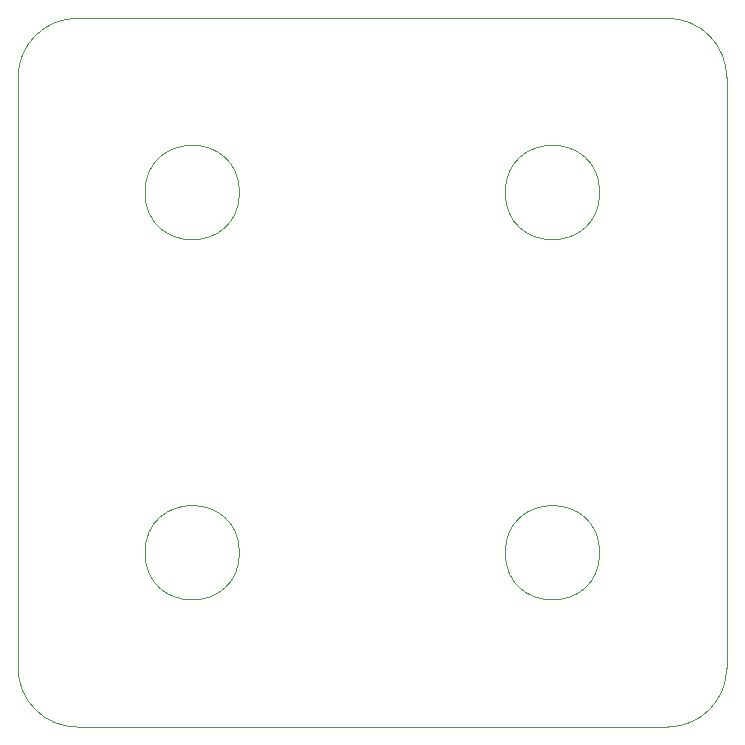
<source format=gbr>
%TF.GenerationSoftware,KiCad,Pcbnew,8.0.3*%
%TF.CreationDate,2024-09-03T15:58:32-04:00*%
%TF.ProjectId,AeroCore,4165726f-436f-4726-952e-6b696361645f,rev?*%
%TF.SameCoordinates,Original*%
%TF.FileFunction,Profile,NP*%
%FSLAX46Y46*%
G04 Gerber Fmt 4.6, Leading zero omitted, Abs format (unit mm)*
G04 Created by KiCad (PCBNEW 8.0.3) date 2024-09-03 15:58:32*
%MOMM*%
%LPD*%
G01*
G04 APERTURE LIST*
%TA.AperFunction,Profile*%
%ADD10C,0.050000*%
%TD*%
G04 APERTURE END LIST*
D10*
X38750000Y-144750000D02*
G75*
G02*
X30750000Y-144750000I-4000000J0D01*
G01*
X30750000Y-144750000D02*
G75*
G02*
X38750000Y-144750000I4000000J0D01*
G01*
X69250000Y-144750000D02*
G75*
G02*
X61250000Y-144750000I-4000000J0D01*
G01*
X61250000Y-144750000D02*
G75*
G02*
X69250000Y-144750000I4000000J0D01*
G01*
X80000000Y-185000000D02*
G75*
G02*
X75000000Y-190000000I-5000000J0D01*
G01*
X20000000Y-135000000D02*
X20000000Y-185000000D01*
X80000000Y-185000000D02*
X80000000Y-135000000D01*
X20000000Y-135000000D02*
G75*
G02*
X25000000Y-130000000I5000000J0D01*
G01*
X38750000Y-175250000D02*
G75*
G02*
X30750000Y-175250000I-4000000J0D01*
G01*
X30750000Y-175250000D02*
G75*
G02*
X38750000Y-175250000I4000000J0D01*
G01*
X25000000Y-190000000D02*
G75*
G02*
X20000000Y-185000000I0J5000000D01*
G01*
X69250000Y-175250000D02*
G75*
G02*
X61250000Y-175250000I-4000000J0D01*
G01*
X61250000Y-175250000D02*
G75*
G02*
X69250000Y-175250000I4000000J0D01*
G01*
X25000000Y-190000000D02*
X75000000Y-190000000D01*
X75000000Y-130000000D02*
G75*
G02*
X80000000Y-135000000I0J-5000000D01*
G01*
X25000000Y-130000000D02*
X75000000Y-130000000D01*
M02*

</source>
